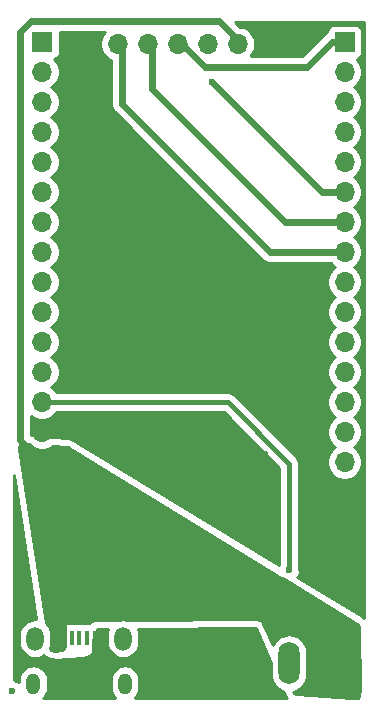
<source format=gbr>
%TF.GenerationSoftware,KiCad,Pcbnew,(5.1.9)-1*%
%TF.CreationDate,2021-02-10T21:10:38+00:00*%
%TF.ProjectId,SD_FSEQ,53445f46-5345-4512-9e6b-696361645f70,rev?*%
%TF.SameCoordinates,Original*%
%TF.FileFunction,Copper,L1,Top*%
%TF.FilePolarity,Positive*%
%FSLAX46Y46*%
G04 Gerber Fmt 4.6, Leading zero omitted, Abs format (unit mm)*
G04 Created by KiCad (PCBNEW (5.1.9)-1) date 2021-02-10 21:10:38*
%MOMM*%
%LPD*%
G01*
G04 APERTURE LIST*
%TA.AperFunction,ComponentPad*%
%ADD10O,1.150000X1.800000*%
%TD*%
%TA.AperFunction,ComponentPad*%
%ADD11O,1.450000X2.000000*%
%TD*%
%TA.AperFunction,SMDPad,CuDef*%
%ADD12R,0.450000X1.300000*%
%TD*%
%TA.AperFunction,ComponentPad*%
%ADD13O,1.800000X3.600000*%
%TD*%
%TA.AperFunction,ComponentPad*%
%ADD14O,1.700000X1.700000*%
%TD*%
%TA.AperFunction,ComponentPad*%
%ADD15R,1.700000X1.700000*%
%TD*%
%TA.AperFunction,ViaPad*%
%ADD16C,0.600000*%
%TD*%
%TA.AperFunction,Conductor*%
%ADD17C,0.600000*%
%TD*%
%TA.AperFunction,Conductor*%
%ADD18C,1.000000*%
%TD*%
%TA.AperFunction,Conductor*%
%ADD19C,0.400000*%
%TD*%
%TA.AperFunction,Conductor*%
%ADD20C,0.254000*%
%TD*%
%TA.AperFunction,Conductor*%
%ADD21C,0.100000*%
%TD*%
G04 APERTURE END LIST*
D10*
%TO.P,J3,6*%
%TO.N,N/C*%
X123255000Y-105310000D03*
X115505000Y-105310000D03*
D11*
X123105000Y-101510000D03*
X115655000Y-101510000D03*
D12*
%TO.P,J3,5*%
%TO.N,GND*%
X120680000Y-101460000D03*
%TO.P,J3,4*%
%TO.N,Net-(J3-Pad4)*%
X120030000Y-101460000D03*
%TO.P,J3,3*%
%TO.N,Net-(J3-Pad3)*%
X119380000Y-101460000D03*
%TO.P,J3,2*%
%TO.N,Net-(J3-Pad2)*%
X118730000Y-101460000D03*
%TO.P,J3,1*%
%TO.N,+5V*%
X118080000Y-101460000D03*
%TD*%
D13*
%TO.P,J5,3*%
%TO.N,+5V*%
X140650000Y-103590000D03*
%TO.P,J5,2*%
%TO.N,LED_Data*%
X137150000Y-103590000D03*
%TO.P,J5,1*%
%TO.N,GND*%
%TA.AperFunction,ComponentPad*%
G36*
G01*
X132750000Y-105140000D02*
X132750000Y-102040000D01*
G75*
G02*
X133000000Y-101790000I250000J0D01*
G01*
X134300000Y-101790000D01*
G75*
G02*
X134550000Y-102040000I0J-250000D01*
G01*
X134550000Y-105140000D01*
G75*
G02*
X134300000Y-105390000I-250000J0D01*
G01*
X133000000Y-105390000D01*
G75*
G02*
X132750000Y-105140000I0J250000D01*
G01*
G37*
%TD.AperFunction*%
%TD*%
D14*
%TO.P,J4,15*%
%TO.N,Net-(J4-Pad15)*%
X141850000Y-86560000D03*
%TO.P,J4,14*%
%TO.N,Net-(J4-Pad14)*%
X141850000Y-84020000D03*
%TO.P,J4,13*%
%TO.N,Net-(J4-Pad13)*%
X141850000Y-81480000D03*
%TO.P,J4,12*%
%TO.N,Net-(J4-Pad12)*%
X141850000Y-78940000D03*
%TO.P,J4,11*%
%TO.N,Net-(J4-Pad11)*%
X141850000Y-76400000D03*
%TO.P,J4,10*%
%TO.N,Net-(J4-Pad10)*%
X141850000Y-73860000D03*
%TO.P,J4,9*%
%TO.N,Net-(J4-Pad9)*%
X141850000Y-71320000D03*
%TO.P,J4,8*%
%TO.N,CS*%
X141850000Y-68780000D03*
%TO.P,J4,7*%
%TO.N,SCK*%
X141850000Y-66240000D03*
%TO.P,J4,6*%
%TO.N,MISO*%
X141850000Y-63700000D03*
%TO.P,J4,5*%
%TO.N,Net-(J4-Pad5)*%
X141850000Y-61160000D03*
%TO.P,J4,4*%
%TO.N,Net-(J4-Pad4)*%
X141850000Y-58620000D03*
%TO.P,J4,3*%
%TO.N,Net-(J4-Pad3)*%
X141850000Y-56080000D03*
%TO.P,J4,2*%
%TO.N,Net-(J4-Pad2)*%
X141850000Y-53540000D03*
D15*
%TO.P,J4,1*%
%TO.N,MOSI*%
X141850000Y-51000000D03*
%TD*%
D14*
%TO.P,J2,6*%
%TO.N,CS*%
X122650000Y-51160000D03*
%TO.P,J2,5*%
%TO.N,SCK*%
X125190000Y-51160000D03*
%TO.P,J2,4*%
%TO.N,MOSI*%
X127730000Y-51160000D03*
%TO.P,J2,3*%
%TO.N,MISO*%
X130270000Y-51160000D03*
%TO.P,J2,2*%
%TO.N,+5V*%
X132810000Y-51160000D03*
D15*
%TO.P,J2,1*%
%TO.N,GND*%
X135350000Y-51160000D03*
%TD*%
D14*
%TO.P,J1,15*%
%TO.N,+5V*%
X116250000Y-86560000D03*
%TO.P,J1,14*%
%TO.N,GND*%
X116250000Y-84020000D03*
%TO.P,J1,13*%
%TO.N,LED_Data*%
X116250000Y-81480000D03*
%TO.P,J1,12*%
%TO.N,Net-(J1-Pad12)*%
X116250000Y-78940000D03*
%TO.P,J1,11*%
%TO.N,Net-(J1-Pad11)*%
X116250000Y-76400000D03*
%TO.P,J1,10*%
%TO.N,Net-(J1-Pad10)*%
X116250000Y-73860000D03*
%TO.P,J1,9*%
%TO.N,Net-(J1-Pad9)*%
X116250000Y-71320000D03*
%TO.P,J1,8*%
%TO.N,Net-(J1-Pad8)*%
X116250000Y-68780000D03*
%TO.P,J1,7*%
%TO.N,Net-(J1-Pad7)*%
X116250000Y-66240000D03*
%TO.P,J1,6*%
%TO.N,Net-(J1-Pad6)*%
X116250000Y-63700000D03*
%TO.P,J1,5*%
%TO.N,Net-(J1-Pad5)*%
X116250000Y-61160000D03*
%TO.P,J1,4*%
%TO.N,Net-(J1-Pad4)*%
X116250000Y-58620000D03*
%TO.P,J1,3*%
%TO.N,Net-(J1-Pad3)*%
X116250000Y-56080000D03*
%TO.P,J1,2*%
%TO.N,Net-(J1-Pad2)*%
X116250000Y-53540000D03*
D15*
%TO.P,J1,1*%
%TO.N,Net-(J1-Pad1)*%
X116250000Y-51000000D03*
%TD*%
D16*
%TO.N,*%
X113730000Y-105960000D03*
%TO.N,GND*%
X125790000Y-101640000D03*
X129490000Y-101580000D03*
X125890000Y-105750000D03*
X129800000Y-105690000D03*
X114830000Y-97530000D03*
X114120000Y-90660000D03*
X117110000Y-105090000D03*
X119930000Y-103810000D03*
X121710000Y-105530000D03*
X143110000Y-97340000D03*
X143110000Y-95100000D03*
X143070000Y-92680000D03*
X142940000Y-90230000D03*
X140390000Y-90310000D03*
X140390000Y-92770000D03*
X140480000Y-95410000D03*
X140430000Y-97510000D03*
X138190000Y-95540000D03*
X138330000Y-92950000D03*
X138190000Y-90140000D03*
X136130000Y-90140000D03*
X136130000Y-92770000D03*
X133980000Y-92820000D03*
X134020000Y-90090000D03*
X131700000Y-90010000D03*
X129280000Y-89960000D03*
X135080000Y-85880000D03*
X132350000Y-86010000D03*
X127830000Y-85830000D03*
X123090000Y-85970000D03*
X121250000Y-82720000D03*
X123620000Y-82800000D03*
X127790000Y-83020000D03*
X131340000Y-83290000D03*
X135560000Y-83020000D03*
X137010000Y-80570000D03*
X134810000Y-80350000D03*
X132710000Y-80570000D03*
X129540000Y-80570000D03*
X126870000Y-80300000D03*
X123570000Y-80300000D03*
X121380000Y-80260000D03*
X120670000Y-78460000D03*
X122830000Y-78280000D03*
X126730000Y-78460000D03*
X130950000Y-78330000D03*
X135210000Y-78110000D03*
X137230000Y-78190000D03*
X137010000Y-75600000D03*
X134770000Y-75600000D03*
X130860000Y-75870000D03*
X127170000Y-75910000D03*
X123570000Y-75690000D03*
X120760000Y-75740000D03*
X128750000Y-73940000D03*
X125110000Y-74020000D03*
X132270000Y-74110000D03*
X119230000Y-71300000D03*
X122040000Y-71340000D03*
X125110000Y-71390000D03*
X128970000Y-71260000D03*
X132660000Y-70990000D03*
X135870000Y-70990000D03*
X139160000Y-70950000D03*
X132790000Y-68180000D03*
X129100000Y-68320000D03*
X125150000Y-68400000D03*
X122390000Y-68320000D03*
X119090000Y-68140000D03*
X119050000Y-65460000D03*
X122300000Y-65500000D03*
X125420000Y-65500000D03*
X129320000Y-65640000D03*
X125500000Y-62080000D03*
X122780000Y-62170000D03*
X119090000Y-62300000D03*
X119010000Y-59400000D03*
X119180000Y-56590000D03*
X119270000Y-53120000D03*
X119310000Y-50710000D03*
X122780000Y-59530000D03*
X139470000Y-50030000D03*
X137380000Y-51180000D03*
%TO.N,LED_Data*%
X137150000Y-95660000D03*
%TO.N,MISO*%
X130610000Y-54340000D03*
%TD*%
D17*
%TO.N,+5V*%
X116250000Y-86560000D02*
X114390000Y-84700000D01*
X114390000Y-84700000D02*
X114390000Y-50120000D01*
X114390000Y-50120000D02*
X115310000Y-49200000D01*
X131210000Y-49200000D02*
X133170000Y-51160000D01*
X115310000Y-49200000D02*
X131210000Y-49200000D01*
D18*
X119347999Y-89657999D02*
X116250000Y-86560000D01*
X119197999Y-89807999D02*
X119347999Y-89657999D01*
X117830000Y-102100000D02*
X117830000Y-90697999D01*
%TO.N,GND*%
X120960000Y-102552001D02*
X120960000Y-101670000D01*
D19*
%TO.N,LED_Data*%
X131950000Y-81480000D02*
X116250000Y-81480000D01*
X137150000Y-86680000D02*
X131950000Y-81480000D01*
X137150000Y-95660000D02*
X137150000Y-86680000D01*
D17*
%TO.N,CS*%
X141850000Y-68780000D02*
X135540000Y-68780000D01*
X123010000Y-56250000D02*
X123010000Y-51160000D01*
X135540000Y-68780000D02*
X123010000Y-56250000D01*
%TO.N,SCK*%
X141850000Y-66240000D02*
X140510000Y-66240000D01*
X141850000Y-66240000D02*
X136810000Y-66240000D01*
X125550000Y-54980000D02*
X125550000Y-51160000D01*
X136810000Y-66240000D02*
X125550000Y-54980000D01*
%TO.N,MOSI*%
X141850000Y-51000000D02*
X140750000Y-51000000D01*
X140750000Y-51000000D02*
X138670000Y-53080000D01*
X130010000Y-53080000D02*
X128090000Y-51160000D01*
X138670000Y-53080000D02*
X130010000Y-53080000D01*
%TO.N,MISO*%
X141850000Y-63700000D02*
X139970000Y-63700000D01*
X139970000Y-63700000D02*
X130610000Y-54340000D01*
X130610000Y-54340000D02*
X130610000Y-54340000D01*
%TD*%
D20*
%TO.N,+5V*%
X115143259Y-85013366D02*
X115303368Y-85173475D01*
X115546589Y-85335990D01*
X115816842Y-85447932D01*
X116103740Y-85505000D01*
X116396260Y-85505000D01*
X116683158Y-85447932D01*
X116953411Y-85335990D01*
X117190820Y-85177359D01*
X118303510Y-85266476D01*
X118396147Y-85284969D01*
X118481959Y-85324457D01*
X136498850Y-96331140D01*
X136553972Y-96386262D01*
X136707111Y-96488586D01*
X136860734Y-96552218D01*
X142880611Y-100229816D01*
X142960196Y-100293498D01*
X143016456Y-100368582D01*
X143052138Y-100455353D01*
X143066082Y-100556321D01*
X143122852Y-105817025D01*
X143122525Y-105839259D01*
X143106012Y-106249725D01*
X143085315Y-106351774D01*
X143038709Y-106433193D01*
X142968870Y-106495832D01*
X142924926Y-106515000D01*
X142372394Y-106515000D01*
X137838332Y-106204502D01*
X137731248Y-106182336D01*
X137641781Y-106136257D01*
X137567950Y-106067875D01*
X137515733Y-105983127D01*
X137740261Y-105915017D01*
X138006927Y-105772481D01*
X138240661Y-105580661D01*
X138432481Y-105346927D01*
X138575017Y-105080261D01*
X138662790Y-104790913D01*
X138685000Y-104565408D01*
X138685000Y-102614592D01*
X138662790Y-102389087D01*
X138575017Y-102099739D01*
X138432481Y-101833073D01*
X138240661Y-101599339D01*
X138006926Y-101407519D01*
X137740260Y-101264983D01*
X137450912Y-101177210D01*
X137150000Y-101147573D01*
X136849087Y-101177210D01*
X136559739Y-101264983D01*
X136293073Y-101407519D01*
X136059339Y-101599339D01*
X135867519Y-101833074D01*
X135764122Y-102026516D01*
X134968935Y-100228826D01*
X134960277Y-100212558D01*
X134883193Y-100090069D01*
X134859316Y-100062117D01*
X134750379Y-99966837D01*
X134719498Y-99946896D01*
X134587836Y-99886807D01*
X134552537Y-99876545D01*
X134409180Y-99856682D01*
X134390791Y-99855484D01*
X123513305Y-99937662D01*
X123371606Y-99894678D01*
X123105000Y-99868420D01*
X122838393Y-99894678D01*
X122675837Y-99943989D01*
X120641058Y-99959362D01*
X120621661Y-99961000D01*
X120470817Y-99985494D01*
X120446752Y-99991874D01*
X120433904Y-99997498D01*
X120297505Y-100066410D01*
X120276491Y-100079760D01*
X120265941Y-100089002D01*
X120181214Y-100171928D01*
X119805000Y-100171928D01*
X119705000Y-100181777D01*
X119605000Y-100171928D01*
X119155000Y-100171928D01*
X119055000Y-100181777D01*
X118955000Y-100171928D01*
X118505000Y-100171928D01*
X118380518Y-100184188D01*
X118260820Y-100220498D01*
X118150506Y-100279463D01*
X118053815Y-100358815D01*
X117974463Y-100455506D01*
X117915498Y-100565820D01*
X117879188Y-100685518D01*
X117866928Y-100810000D01*
X117866928Y-102110000D01*
X117879188Y-102234482D01*
X117915498Y-102354180D01*
X117974463Y-102464494D01*
X117982846Y-102474708D01*
X117233978Y-102510907D01*
X117116355Y-102499277D01*
X117015858Y-102457703D01*
X116931708Y-102388821D01*
X116899771Y-102341240D01*
X116917555Y-102307968D01*
X116995322Y-102051606D01*
X117015000Y-101851808D01*
X117015000Y-101168191D01*
X116995322Y-100968393D01*
X116917555Y-100712032D01*
X116791270Y-100475769D01*
X116621317Y-100268682D01*
X116534836Y-100197709D01*
X114291645Y-85414173D01*
X114291588Y-85293387D01*
X114324401Y-85187211D01*
X114387147Y-85095489D01*
X114474207Y-85026426D01*
X114577800Y-84986198D01*
X114698286Y-84977727D01*
X115143259Y-85013366D01*
%TA.AperFunction,Conductor*%
D21*
G36*
X115143259Y-85013366D02*
G01*
X115303368Y-85173475D01*
X115546589Y-85335990D01*
X115816842Y-85447932D01*
X116103740Y-85505000D01*
X116396260Y-85505000D01*
X116683158Y-85447932D01*
X116953411Y-85335990D01*
X117190820Y-85177359D01*
X118303510Y-85266476D01*
X118396147Y-85284969D01*
X118481959Y-85324457D01*
X136498850Y-96331140D01*
X136553972Y-96386262D01*
X136707111Y-96488586D01*
X136860734Y-96552218D01*
X142880611Y-100229816D01*
X142960196Y-100293498D01*
X143016456Y-100368582D01*
X143052138Y-100455353D01*
X143066082Y-100556321D01*
X143122852Y-105817025D01*
X143122525Y-105839259D01*
X143106012Y-106249725D01*
X143085315Y-106351774D01*
X143038709Y-106433193D01*
X142968870Y-106495832D01*
X142924926Y-106515000D01*
X142372394Y-106515000D01*
X137838332Y-106204502D01*
X137731248Y-106182336D01*
X137641781Y-106136257D01*
X137567950Y-106067875D01*
X137515733Y-105983127D01*
X137740261Y-105915017D01*
X138006927Y-105772481D01*
X138240661Y-105580661D01*
X138432481Y-105346927D01*
X138575017Y-105080261D01*
X138662790Y-104790913D01*
X138685000Y-104565408D01*
X138685000Y-102614592D01*
X138662790Y-102389087D01*
X138575017Y-102099739D01*
X138432481Y-101833073D01*
X138240661Y-101599339D01*
X138006926Y-101407519D01*
X137740260Y-101264983D01*
X137450912Y-101177210D01*
X137150000Y-101147573D01*
X136849087Y-101177210D01*
X136559739Y-101264983D01*
X136293073Y-101407519D01*
X136059339Y-101599339D01*
X135867519Y-101833074D01*
X135764122Y-102026516D01*
X134968935Y-100228826D01*
X134960277Y-100212558D01*
X134883193Y-100090069D01*
X134859316Y-100062117D01*
X134750379Y-99966837D01*
X134719498Y-99946896D01*
X134587836Y-99886807D01*
X134552537Y-99876545D01*
X134409180Y-99856682D01*
X134390791Y-99855484D01*
X123513305Y-99937662D01*
X123371606Y-99894678D01*
X123105000Y-99868420D01*
X122838393Y-99894678D01*
X122675837Y-99943989D01*
X120641058Y-99959362D01*
X120621661Y-99961000D01*
X120470817Y-99985494D01*
X120446752Y-99991874D01*
X120433904Y-99997498D01*
X120297505Y-100066410D01*
X120276491Y-100079760D01*
X120265941Y-100089002D01*
X120181214Y-100171928D01*
X119805000Y-100171928D01*
X119705000Y-100181777D01*
X119605000Y-100171928D01*
X119155000Y-100171928D01*
X119055000Y-100181777D01*
X118955000Y-100171928D01*
X118505000Y-100171928D01*
X118380518Y-100184188D01*
X118260820Y-100220498D01*
X118150506Y-100279463D01*
X118053815Y-100358815D01*
X117974463Y-100455506D01*
X117915498Y-100565820D01*
X117879188Y-100685518D01*
X117866928Y-100810000D01*
X117866928Y-102110000D01*
X117879188Y-102234482D01*
X117915498Y-102354180D01*
X117974463Y-102464494D01*
X117982846Y-102474708D01*
X117233978Y-102510907D01*
X117116355Y-102499277D01*
X117015858Y-102457703D01*
X116931708Y-102388821D01*
X116899771Y-102341240D01*
X116917555Y-102307968D01*
X116995322Y-102051606D01*
X117015000Y-101851808D01*
X117015000Y-101168191D01*
X116995322Y-100968393D01*
X116917555Y-100712032D01*
X116791270Y-100475769D01*
X116621317Y-100268682D01*
X116534836Y-100197709D01*
X114291645Y-85414173D01*
X114291588Y-85293387D01*
X114324401Y-85187211D01*
X114387147Y-85095489D01*
X114474207Y-85026426D01*
X114577800Y-84986198D01*
X114698286Y-84977727D01*
X115143259Y-85013366D01*
G37*
%TD.AperFunction*%
%TD*%
D20*
%TO.N,GND*%
X115715046Y-99874334D02*
X115655000Y-99868420D01*
X115388393Y-99894678D01*
X115132032Y-99972445D01*
X114895769Y-100098730D01*
X114688682Y-100268683D01*
X114518730Y-100475770D01*
X114392445Y-100712033D01*
X114314678Y-100968394D01*
X114295000Y-101168192D01*
X114295000Y-101851809D01*
X114314678Y-102051607D01*
X114392445Y-102307968D01*
X114518730Y-102544231D01*
X114688683Y-102751318D01*
X114895770Y-102921270D01*
X115132033Y-103047555D01*
X115388394Y-103125322D01*
X115655000Y-103151580D01*
X115921607Y-103125322D01*
X116177968Y-103047555D01*
X116400157Y-102928792D01*
X116434510Y-102966567D01*
X116547737Y-103059250D01*
X116707214Y-103154651D01*
X116842425Y-103210586D01*
X117022686Y-103255732D01*
X117168299Y-103270129D01*
X117261437Y-103272469D01*
X119658446Y-103156602D01*
X119752477Y-103144981D01*
X119898372Y-103115764D01*
X119961331Y-103099767D01*
X120076075Y-103051501D01*
X120206912Y-102980645D01*
X120262376Y-102946830D01*
X120357836Y-102866937D01*
X120462029Y-102760717D01*
X120505086Y-102712078D01*
X120520698Y-102688000D01*
X120609494Y-102640537D01*
X120706185Y-102561185D01*
X120785537Y-102464494D01*
X120844502Y-102354180D01*
X120880812Y-102234482D01*
X120893072Y-102110000D01*
X120893072Y-100810000D01*
X120884163Y-100719547D01*
X121842362Y-100712308D01*
X121764678Y-100968394D01*
X121745000Y-101168192D01*
X121745000Y-101851809D01*
X121764678Y-102051607D01*
X121842445Y-102307968D01*
X121968730Y-102544231D01*
X122138683Y-102751318D01*
X122345770Y-102921270D01*
X122582033Y-103047555D01*
X122838394Y-103125322D01*
X123105000Y-103151580D01*
X123371607Y-103125322D01*
X123627968Y-103047555D01*
X123864231Y-102921270D01*
X124071318Y-102751318D01*
X124241270Y-102544231D01*
X124367555Y-102307968D01*
X124445322Y-102051606D01*
X124465000Y-101851808D01*
X124465000Y-101168191D01*
X124445322Y-100968393D01*
X124367555Y-100712032D01*
X124357546Y-100693306D01*
X134307921Y-100618132D01*
X135615000Y-103573064D01*
X135615000Y-104565408D01*
X135637211Y-104790913D01*
X135724984Y-105080261D01*
X135867520Y-105346927D01*
X136059340Y-105580661D01*
X136293074Y-105772481D01*
X136559740Y-105915017D01*
X136665068Y-105946968D01*
X136817213Y-106290924D01*
X136857318Y-106367150D01*
X136928307Y-106482364D01*
X136955131Y-106515000D01*
X124090051Y-106515000D01*
X124114739Y-106494739D01*
X124265946Y-106310492D01*
X124378303Y-106100287D01*
X124447492Y-105872200D01*
X124465000Y-105694436D01*
X124465000Y-104925563D01*
X124447492Y-104747799D01*
X124378303Y-104519713D01*
X124265946Y-104309508D01*
X124114739Y-104125261D01*
X123930491Y-103974054D01*
X123720286Y-103861697D01*
X123492200Y-103792508D01*
X123255000Y-103769146D01*
X123017799Y-103792508D01*
X122789713Y-103861697D01*
X122579508Y-103974054D01*
X122395261Y-104125261D01*
X122244054Y-104309509D01*
X122131697Y-104519714D01*
X122062508Y-104747800D01*
X122045000Y-104925564D01*
X122045000Y-105694437D01*
X122062508Y-105872201D01*
X122131697Y-106100287D01*
X122244055Y-106310492D01*
X122395262Y-106494739D01*
X122419950Y-106515000D01*
X116340051Y-106515000D01*
X116364739Y-106494739D01*
X116515946Y-106310492D01*
X116628303Y-106100287D01*
X116697492Y-105872200D01*
X116715000Y-105694436D01*
X116715000Y-104925563D01*
X116697492Y-104747799D01*
X116628303Y-104519713D01*
X116515946Y-104309508D01*
X116364739Y-104125261D01*
X116180491Y-103974054D01*
X115970286Y-103861697D01*
X115742200Y-103792508D01*
X115505000Y-103769146D01*
X115267799Y-103792508D01*
X115039713Y-103861697D01*
X114829508Y-103974054D01*
X114645261Y-104125261D01*
X114494054Y-104309509D01*
X114381697Y-104519714D01*
X114312508Y-104747800D01*
X114295000Y-104925564D01*
X114295000Y-105213006D01*
X114172889Y-105131414D01*
X114002729Y-105060932D01*
X113865000Y-105033536D01*
X113865000Y-87681780D01*
X115715046Y-99874334D01*
%TA.AperFunction,Conductor*%
D21*
G36*
X115715046Y-99874334D02*
G01*
X115655000Y-99868420D01*
X115388393Y-99894678D01*
X115132032Y-99972445D01*
X114895769Y-100098730D01*
X114688682Y-100268683D01*
X114518730Y-100475770D01*
X114392445Y-100712033D01*
X114314678Y-100968394D01*
X114295000Y-101168192D01*
X114295000Y-101851809D01*
X114314678Y-102051607D01*
X114392445Y-102307968D01*
X114518730Y-102544231D01*
X114688683Y-102751318D01*
X114895770Y-102921270D01*
X115132033Y-103047555D01*
X115388394Y-103125322D01*
X115655000Y-103151580D01*
X115921607Y-103125322D01*
X116177968Y-103047555D01*
X116400157Y-102928792D01*
X116434510Y-102966567D01*
X116547737Y-103059250D01*
X116707214Y-103154651D01*
X116842425Y-103210586D01*
X117022686Y-103255732D01*
X117168299Y-103270129D01*
X117261437Y-103272469D01*
X119658446Y-103156602D01*
X119752477Y-103144981D01*
X119898372Y-103115764D01*
X119961331Y-103099767D01*
X120076075Y-103051501D01*
X120206912Y-102980645D01*
X120262376Y-102946830D01*
X120357836Y-102866937D01*
X120462029Y-102760717D01*
X120505086Y-102712078D01*
X120520698Y-102688000D01*
X120609494Y-102640537D01*
X120706185Y-102561185D01*
X120785537Y-102464494D01*
X120844502Y-102354180D01*
X120880812Y-102234482D01*
X120893072Y-102110000D01*
X120893072Y-100810000D01*
X120884163Y-100719547D01*
X121842362Y-100712308D01*
X121764678Y-100968394D01*
X121745000Y-101168192D01*
X121745000Y-101851809D01*
X121764678Y-102051607D01*
X121842445Y-102307968D01*
X121968730Y-102544231D01*
X122138683Y-102751318D01*
X122345770Y-102921270D01*
X122582033Y-103047555D01*
X122838394Y-103125322D01*
X123105000Y-103151580D01*
X123371607Y-103125322D01*
X123627968Y-103047555D01*
X123864231Y-102921270D01*
X124071318Y-102751318D01*
X124241270Y-102544231D01*
X124367555Y-102307968D01*
X124445322Y-102051606D01*
X124465000Y-101851808D01*
X124465000Y-101168191D01*
X124445322Y-100968393D01*
X124367555Y-100712032D01*
X124357546Y-100693306D01*
X134307921Y-100618132D01*
X135615000Y-103573064D01*
X135615000Y-104565408D01*
X135637211Y-104790913D01*
X135724984Y-105080261D01*
X135867520Y-105346927D01*
X136059340Y-105580661D01*
X136293074Y-105772481D01*
X136559740Y-105915017D01*
X136665068Y-105946968D01*
X136817213Y-106290924D01*
X136857318Y-106367150D01*
X136928307Y-106482364D01*
X136955131Y-106515000D01*
X124090051Y-106515000D01*
X124114739Y-106494739D01*
X124265946Y-106310492D01*
X124378303Y-106100287D01*
X124447492Y-105872200D01*
X124465000Y-105694436D01*
X124465000Y-104925563D01*
X124447492Y-104747799D01*
X124378303Y-104519713D01*
X124265946Y-104309508D01*
X124114739Y-104125261D01*
X123930491Y-103974054D01*
X123720286Y-103861697D01*
X123492200Y-103792508D01*
X123255000Y-103769146D01*
X123017799Y-103792508D01*
X122789713Y-103861697D01*
X122579508Y-103974054D01*
X122395261Y-104125261D01*
X122244054Y-104309509D01*
X122131697Y-104519714D01*
X122062508Y-104747800D01*
X122045000Y-104925564D01*
X122045000Y-105694437D01*
X122062508Y-105872201D01*
X122131697Y-106100287D01*
X122244055Y-106310492D01*
X122395262Y-106494739D01*
X122419950Y-106515000D01*
X116340051Y-106515000D01*
X116364739Y-106494739D01*
X116515946Y-106310492D01*
X116628303Y-106100287D01*
X116697492Y-105872200D01*
X116715000Y-105694436D01*
X116715000Y-104925563D01*
X116697492Y-104747799D01*
X116628303Y-104519713D01*
X116515946Y-104309508D01*
X116364739Y-104125261D01*
X116180491Y-103974054D01*
X115970286Y-103861697D01*
X115742200Y-103792508D01*
X115505000Y-103769146D01*
X115267799Y-103792508D01*
X115039713Y-103861697D01*
X114829508Y-103974054D01*
X114645261Y-104125261D01*
X114494054Y-104309509D01*
X114381697Y-104519714D01*
X114312508Y-104747800D01*
X114295000Y-104925564D01*
X114295000Y-105213006D01*
X114172889Y-105131414D01*
X114002729Y-105060932D01*
X113865000Y-105033536D01*
X113865000Y-87681780D01*
X115715046Y-99874334D01*
G37*
%TD.AperFunction*%
D20*
X143485001Y-99745899D02*
X143448885Y-99708615D01*
X143350416Y-99629822D01*
X143284721Y-99583747D01*
X137861586Y-96270704D01*
X137876262Y-96256028D01*
X137978586Y-96102889D01*
X138049068Y-95932729D01*
X138085000Y-95752089D01*
X138085000Y-95567911D01*
X138049068Y-95387271D01*
X137985000Y-95232596D01*
X137985000Y-86721018D01*
X137989040Y-86680000D01*
X137972918Y-86516312D01*
X137941804Y-86413740D01*
X137925172Y-86358913D01*
X137847636Y-86213854D01*
X137795251Y-86150023D01*
X137769439Y-86118570D01*
X137769437Y-86118568D01*
X137743291Y-86086709D01*
X137711432Y-86060563D01*
X132569446Y-80918579D01*
X132543291Y-80886709D01*
X132416146Y-80782364D01*
X132271087Y-80704828D01*
X132113689Y-80657082D01*
X131991019Y-80645000D01*
X131991018Y-80645000D01*
X131950000Y-80640960D01*
X131908982Y-80645000D01*
X117478065Y-80645000D01*
X117403475Y-80533368D01*
X117196632Y-80326525D01*
X117022240Y-80210000D01*
X117196632Y-80093475D01*
X117403475Y-79886632D01*
X117565990Y-79643411D01*
X117677932Y-79373158D01*
X117735000Y-79086260D01*
X117735000Y-78793740D01*
X117677932Y-78506842D01*
X117565990Y-78236589D01*
X117403475Y-77993368D01*
X117196632Y-77786525D01*
X117022240Y-77670000D01*
X117196632Y-77553475D01*
X117403475Y-77346632D01*
X117565990Y-77103411D01*
X117677932Y-76833158D01*
X117735000Y-76546260D01*
X117735000Y-76253740D01*
X117677932Y-75966842D01*
X117565990Y-75696589D01*
X117403475Y-75453368D01*
X117196632Y-75246525D01*
X117022240Y-75130000D01*
X117196632Y-75013475D01*
X117403475Y-74806632D01*
X117565990Y-74563411D01*
X117677932Y-74293158D01*
X117735000Y-74006260D01*
X117735000Y-73713740D01*
X117677932Y-73426842D01*
X117565990Y-73156589D01*
X117403475Y-72913368D01*
X117196632Y-72706525D01*
X117022240Y-72590000D01*
X117196632Y-72473475D01*
X117403475Y-72266632D01*
X117565990Y-72023411D01*
X117677932Y-71753158D01*
X117735000Y-71466260D01*
X117735000Y-71173740D01*
X117677932Y-70886842D01*
X117565990Y-70616589D01*
X117403475Y-70373368D01*
X117196632Y-70166525D01*
X117022240Y-70050000D01*
X117196632Y-69933475D01*
X117403475Y-69726632D01*
X117565990Y-69483411D01*
X117677932Y-69213158D01*
X117735000Y-68926260D01*
X117735000Y-68633740D01*
X117677932Y-68346842D01*
X117565990Y-68076589D01*
X117403475Y-67833368D01*
X117196632Y-67626525D01*
X117022240Y-67510000D01*
X117196632Y-67393475D01*
X117403475Y-67186632D01*
X117565990Y-66943411D01*
X117677932Y-66673158D01*
X117735000Y-66386260D01*
X117735000Y-66093740D01*
X117677932Y-65806842D01*
X117565990Y-65536589D01*
X117403475Y-65293368D01*
X117196632Y-65086525D01*
X117022240Y-64970000D01*
X117196632Y-64853475D01*
X117403475Y-64646632D01*
X117565990Y-64403411D01*
X117677932Y-64133158D01*
X117735000Y-63846260D01*
X117735000Y-63553740D01*
X117677932Y-63266842D01*
X117565990Y-62996589D01*
X117403475Y-62753368D01*
X117196632Y-62546525D01*
X117022240Y-62430000D01*
X117196632Y-62313475D01*
X117403475Y-62106632D01*
X117565990Y-61863411D01*
X117677932Y-61593158D01*
X117735000Y-61306260D01*
X117735000Y-61013740D01*
X117677932Y-60726842D01*
X117565990Y-60456589D01*
X117403475Y-60213368D01*
X117196632Y-60006525D01*
X117022240Y-59890000D01*
X117196632Y-59773475D01*
X117403475Y-59566632D01*
X117565990Y-59323411D01*
X117677932Y-59053158D01*
X117735000Y-58766260D01*
X117735000Y-58473740D01*
X117677932Y-58186842D01*
X117565990Y-57916589D01*
X117403475Y-57673368D01*
X117196632Y-57466525D01*
X117022240Y-57350000D01*
X117196632Y-57233475D01*
X117403475Y-57026632D01*
X117565990Y-56783411D01*
X117677932Y-56513158D01*
X117735000Y-56226260D01*
X117735000Y-55933740D01*
X117677932Y-55646842D01*
X117565990Y-55376589D01*
X117403475Y-55133368D01*
X117196632Y-54926525D01*
X117022240Y-54810000D01*
X117196632Y-54693475D01*
X117403475Y-54486632D01*
X117565990Y-54243411D01*
X117677932Y-53973158D01*
X117735000Y-53686260D01*
X117735000Y-53393740D01*
X117677932Y-53106842D01*
X117565990Y-52836589D01*
X117403475Y-52593368D01*
X117271620Y-52461513D01*
X117344180Y-52439502D01*
X117454494Y-52380537D01*
X117551185Y-52301185D01*
X117630537Y-52204494D01*
X117689502Y-52094180D01*
X117725812Y-51974482D01*
X117738072Y-51850000D01*
X117738072Y-50150000D01*
X117736595Y-50135000D01*
X121574893Y-50135000D01*
X121496525Y-50213368D01*
X121334010Y-50456589D01*
X121222068Y-50726842D01*
X121165000Y-51013740D01*
X121165000Y-51306260D01*
X121222068Y-51593158D01*
X121334010Y-51863411D01*
X121496525Y-52106632D01*
X121703368Y-52313475D01*
X121946589Y-52475990D01*
X122075001Y-52529180D01*
X122075000Y-56204068D01*
X122070476Y-56250000D01*
X122075000Y-56295931D01*
X122088529Y-56433291D01*
X122141993Y-56609539D01*
X122228814Y-56771971D01*
X122345656Y-56914344D01*
X122381341Y-56943630D01*
X134846370Y-69408659D01*
X134875656Y-69444344D01*
X135018028Y-69561186D01*
X135180460Y-69648007D01*
X135356708Y-69701471D01*
X135540000Y-69719524D01*
X135585932Y-69715000D01*
X140688753Y-69715000D01*
X140696525Y-69726632D01*
X140903368Y-69933475D01*
X141077760Y-70050000D01*
X140903368Y-70166525D01*
X140696525Y-70373368D01*
X140534010Y-70616589D01*
X140422068Y-70886842D01*
X140365000Y-71173740D01*
X140365000Y-71466260D01*
X140422068Y-71753158D01*
X140534010Y-72023411D01*
X140696525Y-72266632D01*
X140903368Y-72473475D01*
X141077760Y-72590000D01*
X140903368Y-72706525D01*
X140696525Y-72913368D01*
X140534010Y-73156589D01*
X140422068Y-73426842D01*
X140365000Y-73713740D01*
X140365000Y-74006260D01*
X140422068Y-74293158D01*
X140534010Y-74563411D01*
X140696525Y-74806632D01*
X140903368Y-75013475D01*
X141077760Y-75130000D01*
X140903368Y-75246525D01*
X140696525Y-75453368D01*
X140534010Y-75696589D01*
X140422068Y-75966842D01*
X140365000Y-76253740D01*
X140365000Y-76546260D01*
X140422068Y-76833158D01*
X140534010Y-77103411D01*
X140696525Y-77346632D01*
X140903368Y-77553475D01*
X141077760Y-77670000D01*
X140903368Y-77786525D01*
X140696525Y-77993368D01*
X140534010Y-78236589D01*
X140422068Y-78506842D01*
X140365000Y-78793740D01*
X140365000Y-79086260D01*
X140422068Y-79373158D01*
X140534010Y-79643411D01*
X140696525Y-79886632D01*
X140903368Y-80093475D01*
X141077760Y-80210000D01*
X140903368Y-80326525D01*
X140696525Y-80533368D01*
X140534010Y-80776589D01*
X140422068Y-81046842D01*
X140365000Y-81333740D01*
X140365000Y-81626260D01*
X140422068Y-81913158D01*
X140534010Y-82183411D01*
X140696525Y-82426632D01*
X140903368Y-82633475D01*
X141077760Y-82750000D01*
X140903368Y-82866525D01*
X140696525Y-83073368D01*
X140534010Y-83316589D01*
X140422068Y-83586842D01*
X140365000Y-83873740D01*
X140365000Y-84166260D01*
X140422068Y-84453158D01*
X140534010Y-84723411D01*
X140696525Y-84966632D01*
X140903368Y-85173475D01*
X141077760Y-85290000D01*
X140903368Y-85406525D01*
X140696525Y-85613368D01*
X140534010Y-85856589D01*
X140422068Y-86126842D01*
X140365000Y-86413740D01*
X140365000Y-86706260D01*
X140422068Y-86993158D01*
X140534010Y-87263411D01*
X140696525Y-87506632D01*
X140903368Y-87713475D01*
X141146589Y-87875990D01*
X141416842Y-87987932D01*
X141703740Y-88045000D01*
X141996260Y-88045000D01*
X142283158Y-87987932D01*
X142553411Y-87875990D01*
X142796632Y-87713475D01*
X143003475Y-87506632D01*
X143165990Y-87263411D01*
X143277932Y-86993158D01*
X143335000Y-86706260D01*
X143335000Y-86413740D01*
X143277932Y-86126842D01*
X143165990Y-85856589D01*
X143003475Y-85613368D01*
X142796632Y-85406525D01*
X142622240Y-85290000D01*
X142796632Y-85173475D01*
X143003475Y-84966632D01*
X143165990Y-84723411D01*
X143277932Y-84453158D01*
X143335000Y-84166260D01*
X143335000Y-83873740D01*
X143277932Y-83586842D01*
X143165990Y-83316589D01*
X143003475Y-83073368D01*
X142796632Y-82866525D01*
X142622240Y-82750000D01*
X142796632Y-82633475D01*
X143003475Y-82426632D01*
X143165990Y-82183411D01*
X143277932Y-81913158D01*
X143335000Y-81626260D01*
X143335000Y-81333740D01*
X143277932Y-81046842D01*
X143165990Y-80776589D01*
X143003475Y-80533368D01*
X142796632Y-80326525D01*
X142622240Y-80210000D01*
X142796632Y-80093475D01*
X143003475Y-79886632D01*
X143165990Y-79643411D01*
X143277932Y-79373158D01*
X143335000Y-79086260D01*
X143335000Y-78793740D01*
X143277932Y-78506842D01*
X143165990Y-78236589D01*
X143003475Y-77993368D01*
X142796632Y-77786525D01*
X142622240Y-77670000D01*
X142796632Y-77553475D01*
X143003475Y-77346632D01*
X143165990Y-77103411D01*
X143277932Y-76833158D01*
X143335000Y-76546260D01*
X143335000Y-76253740D01*
X143277932Y-75966842D01*
X143165990Y-75696589D01*
X143003475Y-75453368D01*
X142796632Y-75246525D01*
X142622240Y-75130000D01*
X142796632Y-75013475D01*
X143003475Y-74806632D01*
X143165990Y-74563411D01*
X143277932Y-74293158D01*
X143335000Y-74006260D01*
X143335000Y-73713740D01*
X143277932Y-73426842D01*
X143165990Y-73156589D01*
X143003475Y-72913368D01*
X142796632Y-72706525D01*
X142622240Y-72590000D01*
X142796632Y-72473475D01*
X143003475Y-72266632D01*
X143165990Y-72023411D01*
X143277932Y-71753158D01*
X143335000Y-71466260D01*
X143335000Y-71173740D01*
X143277932Y-70886842D01*
X143165990Y-70616589D01*
X143003475Y-70373368D01*
X142796632Y-70166525D01*
X142622240Y-70050000D01*
X142796632Y-69933475D01*
X143003475Y-69726632D01*
X143165990Y-69483411D01*
X143277932Y-69213158D01*
X143335000Y-68926260D01*
X143335000Y-68633740D01*
X143277932Y-68346842D01*
X143165990Y-68076589D01*
X143003475Y-67833368D01*
X142796632Y-67626525D01*
X142622240Y-67510000D01*
X142796632Y-67393475D01*
X143003475Y-67186632D01*
X143165990Y-66943411D01*
X143277932Y-66673158D01*
X143335000Y-66386260D01*
X143335000Y-66093740D01*
X143277932Y-65806842D01*
X143165990Y-65536589D01*
X143003475Y-65293368D01*
X142796632Y-65086525D01*
X142622240Y-64970000D01*
X142796632Y-64853475D01*
X143003475Y-64646632D01*
X143165990Y-64403411D01*
X143277932Y-64133158D01*
X143335000Y-63846260D01*
X143335000Y-63553740D01*
X143277932Y-63266842D01*
X143165990Y-62996589D01*
X143003475Y-62753368D01*
X142796632Y-62546525D01*
X142622240Y-62430000D01*
X142796632Y-62313475D01*
X143003475Y-62106632D01*
X143165990Y-61863411D01*
X143277932Y-61593158D01*
X143335000Y-61306260D01*
X143335000Y-61013740D01*
X143277932Y-60726842D01*
X143165990Y-60456589D01*
X143003475Y-60213368D01*
X142796632Y-60006525D01*
X142622240Y-59890000D01*
X142796632Y-59773475D01*
X143003475Y-59566632D01*
X143165990Y-59323411D01*
X143277932Y-59053158D01*
X143335000Y-58766260D01*
X143335000Y-58473740D01*
X143277932Y-58186842D01*
X143165990Y-57916589D01*
X143003475Y-57673368D01*
X142796632Y-57466525D01*
X142622240Y-57350000D01*
X142796632Y-57233475D01*
X143003475Y-57026632D01*
X143165990Y-56783411D01*
X143277932Y-56513158D01*
X143335000Y-56226260D01*
X143335000Y-55933740D01*
X143277932Y-55646842D01*
X143165990Y-55376589D01*
X143003475Y-55133368D01*
X142796632Y-54926525D01*
X142622240Y-54810000D01*
X142796632Y-54693475D01*
X143003475Y-54486632D01*
X143165990Y-54243411D01*
X143277932Y-53973158D01*
X143335000Y-53686260D01*
X143335000Y-53393740D01*
X143277932Y-53106842D01*
X143165990Y-52836589D01*
X143003475Y-52593368D01*
X142871620Y-52461513D01*
X142944180Y-52439502D01*
X143054494Y-52380537D01*
X143151185Y-52301185D01*
X143230537Y-52204494D01*
X143289502Y-52094180D01*
X143325812Y-51974482D01*
X143338072Y-51850000D01*
X143338072Y-50150000D01*
X143325812Y-50025518D01*
X143289502Y-49905820D01*
X143230537Y-49795506D01*
X143151185Y-49698815D01*
X143054494Y-49619463D01*
X142944180Y-49560498D01*
X142824482Y-49524188D01*
X142700000Y-49511928D01*
X141000000Y-49511928D01*
X140875518Y-49524188D01*
X140755820Y-49560498D01*
X140645506Y-49619463D01*
X140548815Y-49698815D01*
X140469463Y-49795506D01*
X140410498Y-49905820D01*
X140374188Y-50025518D01*
X140362215Y-50147090D01*
X140228028Y-50218814D01*
X140085656Y-50335656D01*
X140056374Y-50371336D01*
X138282711Y-52145000D01*
X133925107Y-52145000D01*
X133963475Y-52106632D01*
X134125990Y-51863411D01*
X134237932Y-51593158D01*
X134295000Y-51306260D01*
X134295000Y-51013740D01*
X134237932Y-50726842D01*
X134125990Y-50456589D01*
X133963475Y-50213368D01*
X133756632Y-50006525D01*
X133513411Y-49844010D01*
X133243158Y-49732068D01*
X133019960Y-49687671D01*
X132597289Y-49265000D01*
X143485000Y-49265000D01*
X143485001Y-99745899D01*
%TA.AperFunction,Conductor*%
D21*
G36*
X143485001Y-99745899D02*
G01*
X143448885Y-99708615D01*
X143350416Y-99629822D01*
X143284721Y-99583747D01*
X137861586Y-96270704D01*
X137876262Y-96256028D01*
X137978586Y-96102889D01*
X138049068Y-95932729D01*
X138085000Y-95752089D01*
X138085000Y-95567911D01*
X138049068Y-95387271D01*
X137985000Y-95232596D01*
X137985000Y-86721018D01*
X137989040Y-86680000D01*
X137972918Y-86516312D01*
X137941804Y-86413740D01*
X137925172Y-86358913D01*
X137847636Y-86213854D01*
X137795251Y-86150023D01*
X137769439Y-86118570D01*
X137769437Y-86118568D01*
X137743291Y-86086709D01*
X137711432Y-86060563D01*
X132569446Y-80918579D01*
X132543291Y-80886709D01*
X132416146Y-80782364D01*
X132271087Y-80704828D01*
X132113689Y-80657082D01*
X131991019Y-80645000D01*
X131991018Y-80645000D01*
X131950000Y-80640960D01*
X131908982Y-80645000D01*
X117478065Y-80645000D01*
X117403475Y-80533368D01*
X117196632Y-80326525D01*
X117022240Y-80210000D01*
X117196632Y-80093475D01*
X117403475Y-79886632D01*
X117565990Y-79643411D01*
X117677932Y-79373158D01*
X117735000Y-79086260D01*
X117735000Y-78793740D01*
X117677932Y-78506842D01*
X117565990Y-78236589D01*
X117403475Y-77993368D01*
X117196632Y-77786525D01*
X117022240Y-77670000D01*
X117196632Y-77553475D01*
X117403475Y-77346632D01*
X117565990Y-77103411D01*
X117677932Y-76833158D01*
X117735000Y-76546260D01*
X117735000Y-76253740D01*
X117677932Y-75966842D01*
X117565990Y-75696589D01*
X117403475Y-75453368D01*
X117196632Y-75246525D01*
X117022240Y-75130000D01*
X117196632Y-75013475D01*
X117403475Y-74806632D01*
X117565990Y-74563411D01*
X117677932Y-74293158D01*
X117735000Y-74006260D01*
X117735000Y-73713740D01*
X117677932Y-73426842D01*
X117565990Y-73156589D01*
X117403475Y-72913368D01*
X117196632Y-72706525D01*
X117022240Y-72590000D01*
X117196632Y-72473475D01*
X117403475Y-72266632D01*
X117565990Y-72023411D01*
X117677932Y-71753158D01*
X117735000Y-71466260D01*
X117735000Y-71173740D01*
X117677932Y-70886842D01*
X117565990Y-70616589D01*
X117403475Y-70373368D01*
X117196632Y-70166525D01*
X117022240Y-70050000D01*
X117196632Y-69933475D01*
X117403475Y-69726632D01*
X117565990Y-69483411D01*
X117677932Y-69213158D01*
X117735000Y-68926260D01*
X117735000Y-68633740D01*
X117677932Y-68346842D01*
X117565990Y-68076589D01*
X117403475Y-67833368D01*
X117196632Y-67626525D01*
X117022240Y-67510000D01*
X117196632Y-67393475D01*
X117403475Y-67186632D01*
X117565990Y-66943411D01*
X117677932Y-66673158D01*
X117735000Y-66386260D01*
X117735000Y-66093740D01*
X117677932Y-65806842D01*
X117565990Y-65536589D01*
X117403475Y-65293368D01*
X117196632Y-65086525D01*
X117022240Y-64970000D01*
X117196632Y-64853475D01*
X117403475Y-64646632D01*
X117565990Y-64403411D01*
X117677932Y-64133158D01*
X117735000Y-63846260D01*
X117735000Y-63553740D01*
X117677932Y-63266842D01*
X117565990Y-62996589D01*
X117403475Y-62753368D01*
X117196632Y-62546525D01*
X117022240Y-62430000D01*
X117196632Y-62313475D01*
X117403475Y-62106632D01*
X117565990Y-61863411D01*
X117677932Y-61593158D01*
X117735000Y-61306260D01*
X117735000Y-61013740D01*
X117677932Y-60726842D01*
X117565990Y-60456589D01*
X117403475Y-60213368D01*
X117196632Y-60006525D01*
X117022240Y-59890000D01*
X117196632Y-59773475D01*
X117403475Y-59566632D01*
X117565990Y-59323411D01*
X117677932Y-59053158D01*
X117735000Y-58766260D01*
X117735000Y-58473740D01*
X117677932Y-58186842D01*
X117565990Y-57916589D01*
X117403475Y-57673368D01*
X117196632Y-57466525D01*
X117022240Y-57350000D01*
X117196632Y-57233475D01*
X117403475Y-57026632D01*
X117565990Y-56783411D01*
X117677932Y-56513158D01*
X117735000Y-56226260D01*
X117735000Y-55933740D01*
X117677932Y-55646842D01*
X117565990Y-55376589D01*
X117403475Y-55133368D01*
X117196632Y-54926525D01*
X117022240Y-54810000D01*
X117196632Y-54693475D01*
X117403475Y-54486632D01*
X117565990Y-54243411D01*
X117677932Y-53973158D01*
X117735000Y-53686260D01*
X117735000Y-53393740D01*
X117677932Y-53106842D01*
X117565990Y-52836589D01*
X117403475Y-52593368D01*
X117271620Y-52461513D01*
X117344180Y-52439502D01*
X117454494Y-52380537D01*
X117551185Y-52301185D01*
X117630537Y-52204494D01*
X117689502Y-52094180D01*
X117725812Y-51974482D01*
X117738072Y-51850000D01*
X117738072Y-50150000D01*
X117736595Y-50135000D01*
X121574893Y-50135000D01*
X121496525Y-50213368D01*
X121334010Y-50456589D01*
X121222068Y-50726842D01*
X121165000Y-51013740D01*
X121165000Y-51306260D01*
X121222068Y-51593158D01*
X121334010Y-51863411D01*
X121496525Y-52106632D01*
X121703368Y-52313475D01*
X121946589Y-52475990D01*
X122075001Y-52529180D01*
X122075000Y-56204068D01*
X122070476Y-56250000D01*
X122075000Y-56295931D01*
X122088529Y-56433291D01*
X122141993Y-56609539D01*
X122228814Y-56771971D01*
X122345656Y-56914344D01*
X122381341Y-56943630D01*
X134846370Y-69408659D01*
X134875656Y-69444344D01*
X135018028Y-69561186D01*
X135180460Y-69648007D01*
X135356708Y-69701471D01*
X135540000Y-69719524D01*
X135585932Y-69715000D01*
X140688753Y-69715000D01*
X140696525Y-69726632D01*
X140903368Y-69933475D01*
X141077760Y-70050000D01*
X140903368Y-70166525D01*
X140696525Y-70373368D01*
X140534010Y-70616589D01*
X140422068Y-70886842D01*
X140365000Y-71173740D01*
X140365000Y-71466260D01*
X140422068Y-71753158D01*
X140534010Y-72023411D01*
X140696525Y-72266632D01*
X140903368Y-72473475D01*
X141077760Y-72590000D01*
X140903368Y-72706525D01*
X140696525Y-72913368D01*
X140534010Y-73156589D01*
X140422068Y-73426842D01*
X140365000Y-73713740D01*
X140365000Y-74006260D01*
X140422068Y-74293158D01*
X140534010Y-74563411D01*
X140696525Y-74806632D01*
X140903368Y-75013475D01*
X141077760Y-75130000D01*
X140903368Y-75246525D01*
X140696525Y-75453368D01*
X140534010Y-75696589D01*
X140422068Y-75966842D01*
X140365000Y-76253740D01*
X140365000Y-76546260D01*
X140422068Y-76833158D01*
X140534010Y-77103411D01*
X140696525Y-77346632D01*
X140903368Y-77553475D01*
X141077760Y-77670000D01*
X140903368Y-77786525D01*
X140696525Y-77993368D01*
X140534010Y-78236589D01*
X140422068Y-78506842D01*
X140365000Y-78793740D01*
X140365000Y-79086260D01*
X140422068Y-79373158D01*
X140534010Y-79643411D01*
X140696525Y-79886632D01*
X140903368Y-80093475D01*
X141077760Y-80210000D01*
X140903368Y-80326525D01*
X140696525Y-80533368D01*
X140534010Y-80776589D01*
X140422068Y-81046842D01*
X140365000Y-81333740D01*
X140365000Y-81626260D01*
X140422068Y-81913158D01*
X140534010Y-82183411D01*
X140696525Y-82426632D01*
X140903368Y-82633475D01*
X141077760Y-82750000D01*
X140903368Y-82866525D01*
X140696525Y-83073368D01*
X140534010Y-83316589D01*
X140422068Y-83586842D01*
X140365000Y-83873740D01*
X140365000Y-84166260D01*
X140422068Y-84453158D01*
X140534010Y-84723411D01*
X140696525Y-84966632D01*
X140903368Y-85173475D01*
X141077760Y-85290000D01*
X140903368Y-85406525D01*
X140696525Y-85613368D01*
X140534010Y-85856589D01*
X140422068Y-86126842D01*
X140365000Y-86413740D01*
X140365000Y-86706260D01*
X140422068Y-86993158D01*
X140534010Y-87263411D01*
X140696525Y-87506632D01*
X140903368Y-87713475D01*
X141146589Y-87875990D01*
X141416842Y-87987932D01*
X141703740Y-88045000D01*
X141996260Y-88045000D01*
X142283158Y-87987932D01*
X142553411Y-87875990D01*
X142796632Y-87713475D01*
X143003475Y-87506632D01*
X143165990Y-87263411D01*
X143277932Y-86993158D01*
X143335000Y-86706260D01*
X143335000Y-86413740D01*
X143277932Y-86126842D01*
X143165990Y-85856589D01*
X143003475Y-85613368D01*
X142796632Y-85406525D01*
X142622240Y-85290000D01*
X142796632Y-85173475D01*
X143003475Y-84966632D01*
X143165990Y-84723411D01*
X143277932Y-84453158D01*
X143335000Y-84166260D01*
X143335000Y-83873740D01*
X143277932Y-83586842D01*
X143165990Y-83316589D01*
X143003475Y-83073368D01*
X142796632Y-82866525D01*
X142622240Y-82750000D01*
X142796632Y-82633475D01*
X143003475Y-82426632D01*
X143165990Y-82183411D01*
X143277932Y-81913158D01*
X143335000Y-81626260D01*
X143335000Y-81333740D01*
X143277932Y-81046842D01*
X143165990Y-80776589D01*
X143003475Y-80533368D01*
X142796632Y-80326525D01*
X142622240Y-80210000D01*
X142796632Y-80093475D01*
X143003475Y-79886632D01*
X143165990Y-79643411D01*
X143277932Y-79373158D01*
X143335000Y-79086260D01*
X143335000Y-78793740D01*
X143277932Y-78506842D01*
X143165990Y-78236589D01*
X143003475Y-77993368D01*
X142796632Y-77786525D01*
X142622240Y-77670000D01*
X142796632Y-77553475D01*
X143003475Y-77346632D01*
X143165990Y-77103411D01*
X143277932Y-76833158D01*
X143335000Y-76546260D01*
X143335000Y-76253740D01*
X143277932Y-75966842D01*
X143165990Y-75696589D01*
X143003475Y-75453368D01*
X142796632Y-75246525D01*
X142622240Y-75130000D01*
X142796632Y-75013475D01*
X143003475Y-74806632D01*
X143165990Y-74563411D01*
X143277932Y-74293158D01*
X143335000Y-74006260D01*
X143335000Y-73713740D01*
X143277932Y-73426842D01*
X143165990Y-73156589D01*
X143003475Y-72913368D01*
X142796632Y-72706525D01*
X142622240Y-72590000D01*
X142796632Y-72473475D01*
X143003475Y-72266632D01*
X143165990Y-72023411D01*
X143277932Y-71753158D01*
X143335000Y-71466260D01*
X143335000Y-71173740D01*
X143277932Y-70886842D01*
X143165990Y-70616589D01*
X143003475Y-70373368D01*
X142796632Y-70166525D01*
X142622240Y-70050000D01*
X142796632Y-69933475D01*
X143003475Y-69726632D01*
X143165990Y-69483411D01*
X143277932Y-69213158D01*
X143335000Y-68926260D01*
X143335000Y-68633740D01*
X143277932Y-68346842D01*
X143165990Y-68076589D01*
X143003475Y-67833368D01*
X142796632Y-67626525D01*
X142622240Y-67510000D01*
X142796632Y-67393475D01*
X143003475Y-67186632D01*
X143165990Y-66943411D01*
X143277932Y-66673158D01*
X143335000Y-66386260D01*
X143335000Y-66093740D01*
X143277932Y-65806842D01*
X143165990Y-65536589D01*
X143003475Y-65293368D01*
X142796632Y-65086525D01*
X142622240Y-64970000D01*
X142796632Y-64853475D01*
X143003475Y-64646632D01*
X143165990Y-64403411D01*
X143277932Y-64133158D01*
X143335000Y-63846260D01*
X143335000Y-63553740D01*
X143277932Y-63266842D01*
X143165990Y-62996589D01*
X143003475Y-62753368D01*
X142796632Y-62546525D01*
X142622240Y-62430000D01*
X142796632Y-62313475D01*
X143003475Y-62106632D01*
X143165990Y-61863411D01*
X143277932Y-61593158D01*
X143335000Y-61306260D01*
X143335000Y-61013740D01*
X143277932Y-60726842D01*
X143165990Y-60456589D01*
X143003475Y-60213368D01*
X142796632Y-60006525D01*
X142622240Y-59890000D01*
X142796632Y-59773475D01*
X143003475Y-59566632D01*
X143165990Y-59323411D01*
X143277932Y-59053158D01*
X143335000Y-58766260D01*
X143335000Y-58473740D01*
X143277932Y-58186842D01*
X143165990Y-57916589D01*
X143003475Y-57673368D01*
X142796632Y-57466525D01*
X142622240Y-57350000D01*
X142796632Y-57233475D01*
X143003475Y-57026632D01*
X143165990Y-56783411D01*
X143277932Y-56513158D01*
X143335000Y-56226260D01*
X143335000Y-55933740D01*
X143277932Y-55646842D01*
X143165990Y-55376589D01*
X143003475Y-55133368D01*
X142796632Y-54926525D01*
X142622240Y-54810000D01*
X142796632Y-54693475D01*
X143003475Y-54486632D01*
X143165990Y-54243411D01*
X143277932Y-53973158D01*
X143335000Y-53686260D01*
X143335000Y-53393740D01*
X143277932Y-53106842D01*
X143165990Y-52836589D01*
X143003475Y-52593368D01*
X142871620Y-52461513D01*
X142944180Y-52439502D01*
X143054494Y-52380537D01*
X143151185Y-52301185D01*
X143230537Y-52204494D01*
X143289502Y-52094180D01*
X143325812Y-51974482D01*
X143338072Y-51850000D01*
X143338072Y-50150000D01*
X143325812Y-50025518D01*
X143289502Y-49905820D01*
X143230537Y-49795506D01*
X143151185Y-49698815D01*
X143054494Y-49619463D01*
X142944180Y-49560498D01*
X142824482Y-49524188D01*
X142700000Y-49511928D01*
X141000000Y-49511928D01*
X140875518Y-49524188D01*
X140755820Y-49560498D01*
X140645506Y-49619463D01*
X140548815Y-49698815D01*
X140469463Y-49795506D01*
X140410498Y-49905820D01*
X140374188Y-50025518D01*
X140362215Y-50147090D01*
X140228028Y-50218814D01*
X140085656Y-50335656D01*
X140056374Y-50371336D01*
X138282711Y-52145000D01*
X133925107Y-52145000D01*
X133963475Y-52106632D01*
X134125990Y-51863411D01*
X134237932Y-51593158D01*
X134295000Y-51306260D01*
X134295000Y-51013740D01*
X134237932Y-50726842D01*
X134125990Y-50456589D01*
X133963475Y-50213368D01*
X133756632Y-50006525D01*
X133513411Y-49844010D01*
X133243158Y-49732068D01*
X133019960Y-49687671D01*
X132597289Y-49265000D01*
X143485000Y-49265000D01*
X143485001Y-99745899D01*
G37*
%TD.AperFunction*%
D20*
X136315001Y-87025870D02*
X136315000Y-95232596D01*
X136284163Y-95307043D01*
X118872856Y-84670316D01*
X118807264Y-84635344D01*
X118701111Y-84586496D01*
X118559974Y-84540638D01*
X118445382Y-84517762D01*
X118371766Y-84507502D01*
X115325000Y-84263481D01*
X115325000Y-82647929D01*
X115546589Y-82795990D01*
X115816842Y-82907932D01*
X116103740Y-82965000D01*
X116396260Y-82965000D01*
X116683158Y-82907932D01*
X116953411Y-82795990D01*
X117196632Y-82633475D01*
X117403475Y-82426632D01*
X117478065Y-82315000D01*
X131604133Y-82315000D01*
X136315001Y-87025870D01*
%TA.AperFunction,Conductor*%
D21*
G36*
X136315001Y-87025870D02*
G01*
X136315000Y-95232596D01*
X136284163Y-95307043D01*
X118872856Y-84670316D01*
X118807264Y-84635344D01*
X118701111Y-84586496D01*
X118559974Y-84540638D01*
X118445382Y-84517762D01*
X118371766Y-84507502D01*
X115325000Y-84263481D01*
X115325000Y-82647929D01*
X115546589Y-82795990D01*
X115816842Y-82907932D01*
X116103740Y-82965000D01*
X116396260Y-82965000D01*
X116683158Y-82907932D01*
X116953411Y-82795990D01*
X117196632Y-82633475D01*
X117403475Y-82426632D01*
X117478065Y-82315000D01*
X131604133Y-82315000D01*
X136315001Y-87025870D01*
G37*
%TD.AperFunction*%
%TD*%
M02*

</source>
